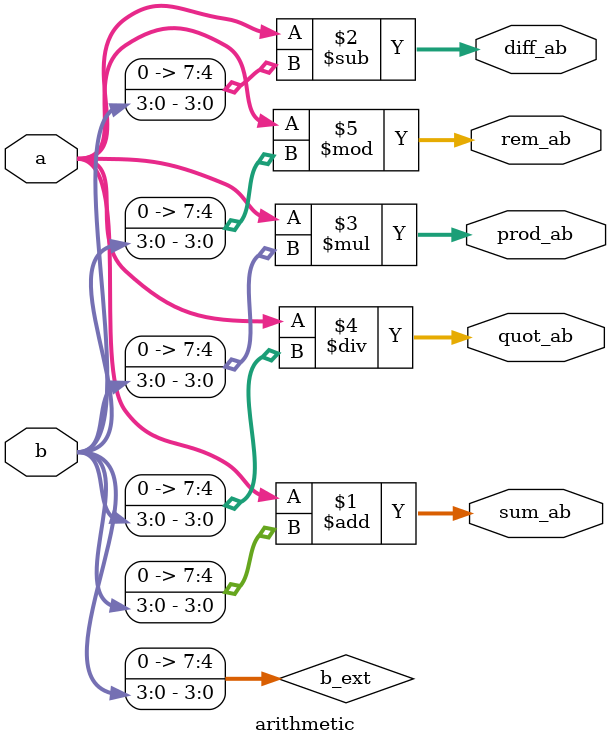
<source format=sv>


module arithmetic #(
    parameter integer W_A = 8,
    parameter integer W_B = 4
) (
    input  wire signed [W_A-1:0] a,
    input  wire        [W_B-1:0] b,
    output wire signed [W_A-1:0] sum_ab,
    output wire signed [W_A-1:0] diff_ab,
    output wire signed [W_A-1:0] prod_ab,
    output wire signed [W_A-1:0] quot_ab,
    output wire        [W_A-1:0] rem_ab
);
    // Zero-extend b to W_A bits, then cast to signed for arithmetic
    wire signed [W_A-1:0] b_ext = $signed({{(W_A-W_B){1'b0}}, b});

    assign sum_ab  = a + b_ext;
    assign diff_ab = a - b_ext;
    assign prod_ab = a * b_ext;
    assign quot_ab = a / b_ext;
    assign rem_ab  = a % b_ext;
endmodule

</source>
